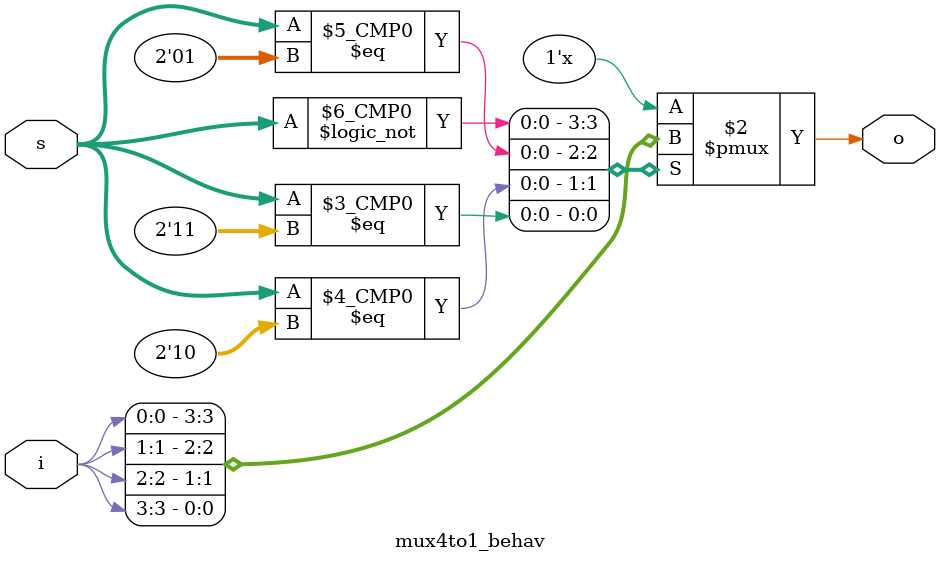
<source format=v>
module mux4to1_behav(input [3:0] i,
                    input [1:0] s,
                    output reg o);
always @(s or i)
begin
case (s)               
2'b00 : o = i[0];
2'b01 : o = i[1];
2'b10 : o = i[2];
2'b11 : o = i[3];
default : o = 1'bz;
endcase
end
endmodule

 

</source>
